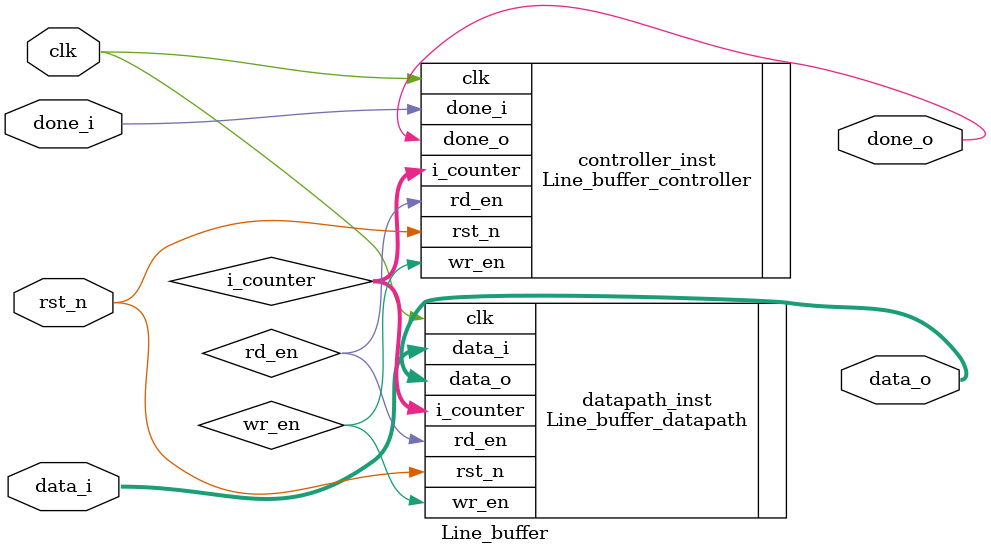
<source format=v>
module Line_buffer #(parameter DEPTH = 17)
                    (input clk,
                     input rst_n,
                     input done_i,
                     input [7:0] data_i,
                     output [7:0] data_o,
                     output done_o);
    wire rd_en, wr_en;
    wire [9:0] wr_pointer;
    wire [9:0] rd_pointer;
    wire [9:0] i_counter;
    
    
    // Instantiate the controller
    Line_buffer_controller #(
    .DEPTH(DEPTH)
    ) controller_inst (
    .clk(clk),
    .rst_n(rst_n),
    .done_i(done_i),
    .done_o(done_o),
    .wr_en(wr_en),
    .rd_en(rd_en),
    .i_counter(i_counter)
    );
    
    // Instantiate the datapath
    Line_buffer_datapath #(
    .DEPTH(DEPTH)
    ) datapath_inst (
    .clk(clk),
    .rst_n(rst_n),
    .data_i(data_i),
    .wr_en(wr_en),
    .rd_en(rd_en),
    .i_counter(i_counter),
    .data_o(data_o)
    );
    
endmodule
    

</source>
